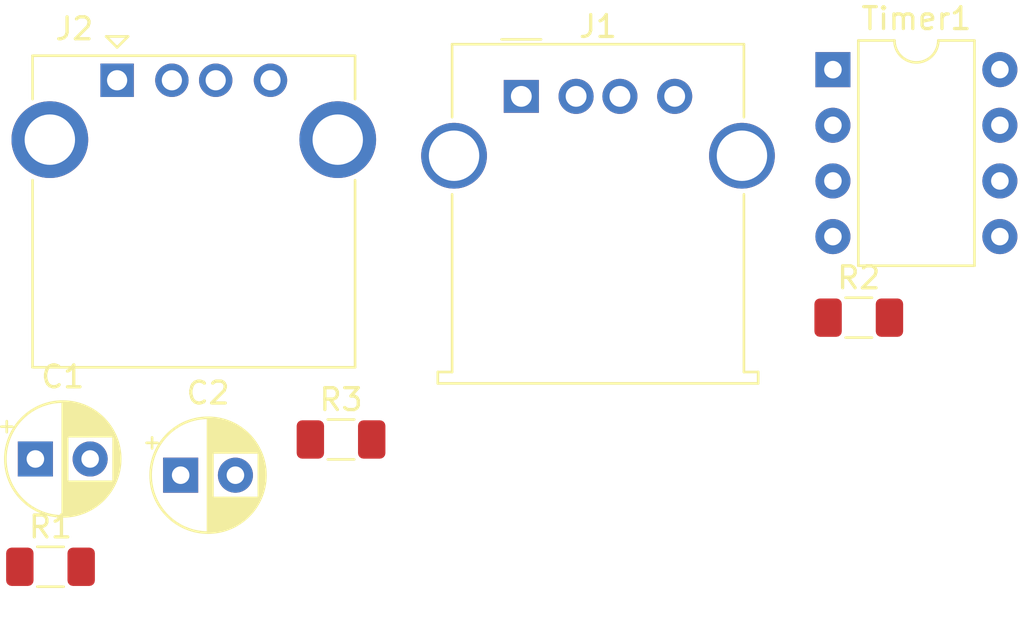
<source format=kicad_pcb>
(kicad_pcb (version 20171130) (host pcbnew "(5.1.6)-1")

  (general
    (thickness 1.6)
    (drawings 0)
    (tracks 0)
    (zones 0)
    (modules 8)
    (nets 10)
  )

  (page A4)
  (layers
    (0 F.Cu signal)
    (31 B.Cu signal)
    (32 B.Adhes user)
    (33 F.Adhes user)
    (34 B.Paste user)
    (35 F.Paste user)
    (36 B.SilkS user)
    (37 F.SilkS user)
    (38 B.Mask user)
    (39 F.Mask user)
    (40 Dwgs.User user)
    (41 Cmts.User user)
    (42 Eco1.User user)
    (43 Eco2.User user)
    (44 Edge.Cuts user)
    (45 Margin user)
    (46 B.CrtYd user)
    (47 F.CrtYd user)
    (48 B.Fab user)
    (49 F.Fab user)
  )

  (setup
    (last_trace_width 0.25)
    (trace_clearance 0.2)
    (zone_clearance 0.508)
    (zone_45_only no)
    (trace_min 0.2)
    (via_size 0.8)
    (via_drill 0.4)
    (via_min_size 0.4)
    (via_min_drill 0.3)
    (uvia_size 0.3)
    (uvia_drill 0.1)
    (uvias_allowed no)
    (uvia_min_size 0.2)
    (uvia_min_drill 0.1)
    (edge_width 0.05)
    (segment_width 0.2)
    (pcb_text_width 0.3)
    (pcb_text_size 1.5 1.5)
    (mod_edge_width 0.12)
    (mod_text_size 1 1)
    (mod_text_width 0.15)
    (pad_size 1.524 1.524)
    (pad_drill 0.762)
    (pad_to_mask_clearance 0.05)
    (aux_axis_origin 0 0)
    (visible_elements FFFFFF7F)
    (pcbplotparams
      (layerselection 0x010fc_ffffffff)
      (usegerberextensions false)
      (usegerberattributes true)
      (usegerberadvancedattributes true)
      (creategerberjobfile true)
      (excludeedgelayer true)
      (linewidth 0.100000)
      (plotframeref false)
      (viasonmask false)
      (mode 1)
      (useauxorigin false)
      (hpglpennumber 1)
      (hpglpenspeed 20)
      (hpglpendiameter 15.000000)
      (psnegative false)
      (psa4output false)
      (plotreference true)
      (plotvalue true)
      (plotinvisibletext false)
      (padsonsilk false)
      (subtractmaskfromsilk false)
      (outputformat 1)
      (mirror false)
      (drillshape 1)
      (scaleselection 1)
      (outputdirectory ""))
  )

  (net 0 "")
  (net 1 GND)
  (net 2 "Net-(C1-Pad1)")
  (net 3 "Net-(C2-Pad1)")
  (net 4 VCC)
  (net 5 D-)
  (net 6 D+)
  (net 7 "Net-(R1-Pad2)")
  (net 8 "Net-(R2-Pad2)")
  (net 9 "Net-(Timer1-Pad4)")

  (net_class Default "This is the default net class."
    (clearance 0.2)
    (trace_width 0.25)
    (via_dia 0.8)
    (via_drill 0.4)
    (uvia_dia 0.3)
    (uvia_drill 0.1)
    (add_net D+)
    (add_net D-)
    (add_net GND)
    (add_net "Net-(C1-Pad1)")
    (add_net "Net-(C2-Pad1)")
    (add_net "Net-(R1-Pad2)")
    (add_net "Net-(R2-Pad2)")
    (add_net "Net-(Timer1-Pad4)")
    (add_net VCC)
  )

  (module Capacitor_THT:CP_Radial_D5.0mm_P2.50mm (layer F.Cu) (tedit 5AE50EF0) (tstamp 61A4D123)
    (at 68.543776 61.255001)
    (descr "CP, Radial series, Radial, pin pitch=2.50mm, , diameter=5mm, Electrolytic Capacitor")
    (tags "CP Radial series Radial pin pitch 2.50mm  diameter 5mm Electrolytic Capacitor")
    (path /61A48B1C)
    (fp_text reference C1 (at 1.25 -3.75) (layer F.SilkS)
      (effects (font (size 1 1) (thickness 0.15)))
    )
    (fp_text value 4.7uF (at 1.25 3.75) (layer F.Fab)
      (effects (font (size 1 1) (thickness 0.15)))
    )
    (fp_text user %R (at 1.25 0) (layer F.Fab)
      (effects (font (size 1 1) (thickness 0.15)))
    )
    (fp_circle (center 1.25 0) (end 3.75 0) (layer F.Fab) (width 0.1))
    (fp_circle (center 1.25 0) (end 3.87 0) (layer F.SilkS) (width 0.12))
    (fp_circle (center 1.25 0) (end 4 0) (layer F.CrtYd) (width 0.05))
    (fp_line (start -0.883605 -1.0875) (end -0.383605 -1.0875) (layer F.Fab) (width 0.1))
    (fp_line (start -0.633605 -1.3375) (end -0.633605 -0.8375) (layer F.Fab) (width 0.1))
    (fp_line (start 1.25 -2.58) (end 1.25 2.58) (layer F.SilkS) (width 0.12))
    (fp_line (start 1.29 -2.58) (end 1.29 2.58) (layer F.SilkS) (width 0.12))
    (fp_line (start 1.33 -2.579) (end 1.33 2.579) (layer F.SilkS) (width 0.12))
    (fp_line (start 1.37 -2.578) (end 1.37 2.578) (layer F.SilkS) (width 0.12))
    (fp_line (start 1.41 -2.576) (end 1.41 2.576) (layer F.SilkS) (width 0.12))
    (fp_line (start 1.45 -2.573) (end 1.45 2.573) (layer F.SilkS) (width 0.12))
    (fp_line (start 1.49 -2.569) (end 1.49 -1.04) (layer F.SilkS) (width 0.12))
    (fp_line (start 1.49 1.04) (end 1.49 2.569) (layer F.SilkS) (width 0.12))
    (fp_line (start 1.53 -2.565) (end 1.53 -1.04) (layer F.SilkS) (width 0.12))
    (fp_line (start 1.53 1.04) (end 1.53 2.565) (layer F.SilkS) (width 0.12))
    (fp_line (start 1.57 -2.561) (end 1.57 -1.04) (layer F.SilkS) (width 0.12))
    (fp_line (start 1.57 1.04) (end 1.57 2.561) (layer F.SilkS) (width 0.12))
    (fp_line (start 1.61 -2.556) (end 1.61 -1.04) (layer F.SilkS) (width 0.12))
    (fp_line (start 1.61 1.04) (end 1.61 2.556) (layer F.SilkS) (width 0.12))
    (fp_line (start 1.65 -2.55) (end 1.65 -1.04) (layer F.SilkS) (width 0.12))
    (fp_line (start 1.65 1.04) (end 1.65 2.55) (layer F.SilkS) (width 0.12))
    (fp_line (start 1.69 -2.543) (end 1.69 -1.04) (layer F.SilkS) (width 0.12))
    (fp_line (start 1.69 1.04) (end 1.69 2.543) (layer F.SilkS) (width 0.12))
    (fp_line (start 1.73 -2.536) (end 1.73 -1.04) (layer F.SilkS) (width 0.12))
    (fp_line (start 1.73 1.04) (end 1.73 2.536) (layer F.SilkS) (width 0.12))
    (fp_line (start 1.77 -2.528) (end 1.77 -1.04) (layer F.SilkS) (width 0.12))
    (fp_line (start 1.77 1.04) (end 1.77 2.528) (layer F.SilkS) (width 0.12))
    (fp_line (start 1.81 -2.52) (end 1.81 -1.04) (layer F.SilkS) (width 0.12))
    (fp_line (start 1.81 1.04) (end 1.81 2.52) (layer F.SilkS) (width 0.12))
    (fp_line (start 1.85 -2.511) (end 1.85 -1.04) (layer F.SilkS) (width 0.12))
    (fp_line (start 1.85 1.04) (end 1.85 2.511) (layer F.SilkS) (width 0.12))
    (fp_line (start 1.89 -2.501) (end 1.89 -1.04) (layer F.SilkS) (width 0.12))
    (fp_line (start 1.89 1.04) (end 1.89 2.501) (layer F.SilkS) (width 0.12))
    (fp_line (start 1.93 -2.491) (end 1.93 -1.04) (layer F.SilkS) (width 0.12))
    (fp_line (start 1.93 1.04) (end 1.93 2.491) (layer F.SilkS) (width 0.12))
    (fp_line (start 1.971 -2.48) (end 1.971 -1.04) (layer F.SilkS) (width 0.12))
    (fp_line (start 1.971 1.04) (end 1.971 2.48) (layer F.SilkS) (width 0.12))
    (fp_line (start 2.011 -2.468) (end 2.011 -1.04) (layer F.SilkS) (width 0.12))
    (fp_line (start 2.011 1.04) (end 2.011 2.468) (layer F.SilkS) (width 0.12))
    (fp_line (start 2.051 -2.455) (end 2.051 -1.04) (layer F.SilkS) (width 0.12))
    (fp_line (start 2.051 1.04) (end 2.051 2.455) (layer F.SilkS) (width 0.12))
    (fp_line (start 2.091 -2.442) (end 2.091 -1.04) (layer F.SilkS) (width 0.12))
    (fp_line (start 2.091 1.04) (end 2.091 2.442) (layer F.SilkS) (width 0.12))
    (fp_line (start 2.131 -2.428) (end 2.131 -1.04) (layer F.SilkS) (width 0.12))
    (fp_line (start 2.131 1.04) (end 2.131 2.428) (layer F.SilkS) (width 0.12))
    (fp_line (start 2.171 -2.414) (end 2.171 -1.04) (layer F.SilkS) (width 0.12))
    (fp_line (start 2.171 1.04) (end 2.171 2.414) (layer F.SilkS) (width 0.12))
    (fp_line (start 2.211 -2.398) (end 2.211 -1.04) (layer F.SilkS) (width 0.12))
    (fp_line (start 2.211 1.04) (end 2.211 2.398) (layer F.SilkS) (width 0.12))
    (fp_line (start 2.251 -2.382) (end 2.251 -1.04) (layer F.SilkS) (width 0.12))
    (fp_line (start 2.251 1.04) (end 2.251 2.382) (layer F.SilkS) (width 0.12))
    (fp_line (start 2.291 -2.365) (end 2.291 -1.04) (layer F.SilkS) (width 0.12))
    (fp_line (start 2.291 1.04) (end 2.291 2.365) (layer F.SilkS) (width 0.12))
    (fp_line (start 2.331 -2.348) (end 2.331 -1.04) (layer F.SilkS) (width 0.12))
    (fp_line (start 2.331 1.04) (end 2.331 2.348) (layer F.SilkS) (width 0.12))
    (fp_line (start 2.371 -2.329) (end 2.371 -1.04) (layer F.SilkS) (width 0.12))
    (fp_line (start 2.371 1.04) (end 2.371 2.329) (layer F.SilkS) (width 0.12))
    (fp_line (start 2.411 -2.31) (end 2.411 -1.04) (layer F.SilkS) (width 0.12))
    (fp_line (start 2.411 1.04) (end 2.411 2.31) (layer F.SilkS) (width 0.12))
    (fp_line (start 2.451 -2.29) (end 2.451 -1.04) (layer F.SilkS) (width 0.12))
    (fp_line (start 2.451 1.04) (end 2.451 2.29) (layer F.SilkS) (width 0.12))
    (fp_line (start 2.491 -2.268) (end 2.491 -1.04) (layer F.SilkS) (width 0.12))
    (fp_line (start 2.491 1.04) (end 2.491 2.268) (layer F.SilkS) (width 0.12))
    (fp_line (start 2.531 -2.247) (end 2.531 -1.04) (layer F.SilkS) (width 0.12))
    (fp_line (start 2.531 1.04) (end 2.531 2.247) (layer F.SilkS) (width 0.12))
    (fp_line (start 2.571 -2.224) (end 2.571 -1.04) (layer F.SilkS) (width 0.12))
    (fp_line (start 2.571 1.04) (end 2.571 2.224) (layer F.SilkS) (width 0.12))
    (fp_line (start 2.611 -2.2) (end 2.611 -1.04) (layer F.SilkS) (width 0.12))
    (fp_line (start 2.611 1.04) (end 2.611 2.2) (layer F.SilkS) (width 0.12))
    (fp_line (start 2.651 -2.175) (end 2.651 -1.04) (layer F.SilkS) (width 0.12))
    (fp_line (start 2.651 1.04) (end 2.651 2.175) (layer F.SilkS) (width 0.12))
    (fp_line (start 2.691 -2.149) (end 2.691 -1.04) (layer F.SilkS) (width 0.12))
    (fp_line (start 2.691 1.04) (end 2.691 2.149) (layer F.SilkS) (width 0.12))
    (fp_line (start 2.731 -2.122) (end 2.731 -1.04) (layer F.SilkS) (width 0.12))
    (fp_line (start 2.731 1.04) (end 2.731 2.122) (layer F.SilkS) (width 0.12))
    (fp_line (start 2.771 -2.095) (end 2.771 -1.04) (layer F.SilkS) (width 0.12))
    (fp_line (start 2.771 1.04) (end 2.771 2.095) (layer F.SilkS) (width 0.12))
    (fp_line (start 2.811 -2.065) (end 2.811 -1.04) (layer F.SilkS) (width 0.12))
    (fp_line (start 2.811 1.04) (end 2.811 2.065) (layer F.SilkS) (width 0.12))
    (fp_line (start 2.851 -2.035) (end 2.851 -1.04) (layer F.SilkS) (width 0.12))
    (fp_line (start 2.851 1.04) (end 2.851 2.035) (layer F.SilkS) (width 0.12))
    (fp_line (start 2.891 -2.004) (end 2.891 -1.04) (layer F.SilkS) (width 0.12))
    (fp_line (start 2.891 1.04) (end 2.891 2.004) (layer F.SilkS) (width 0.12))
    (fp_line (start 2.931 -1.971) (end 2.931 -1.04) (layer F.SilkS) (width 0.12))
    (fp_line (start 2.931 1.04) (end 2.931 1.971) (layer F.SilkS) (width 0.12))
    (fp_line (start 2.971 -1.937) (end 2.971 -1.04) (layer F.SilkS) (width 0.12))
    (fp_line (start 2.971 1.04) (end 2.971 1.937) (layer F.SilkS) (width 0.12))
    (fp_line (start 3.011 -1.901) (end 3.011 -1.04) (layer F.SilkS) (width 0.12))
    (fp_line (start 3.011 1.04) (end 3.011 1.901) (layer F.SilkS) (width 0.12))
    (fp_line (start 3.051 -1.864) (end 3.051 -1.04) (layer F.SilkS) (width 0.12))
    (fp_line (start 3.051 1.04) (end 3.051 1.864) (layer F.SilkS) (width 0.12))
    (fp_line (start 3.091 -1.826) (end 3.091 -1.04) (layer F.SilkS) (width 0.12))
    (fp_line (start 3.091 1.04) (end 3.091 1.826) (layer F.SilkS) (width 0.12))
    (fp_line (start 3.131 -1.785) (end 3.131 -1.04) (layer F.SilkS) (width 0.12))
    (fp_line (start 3.131 1.04) (end 3.131 1.785) (layer F.SilkS) (width 0.12))
    (fp_line (start 3.171 -1.743) (end 3.171 -1.04) (layer F.SilkS) (width 0.12))
    (fp_line (start 3.171 1.04) (end 3.171 1.743) (layer F.SilkS) (width 0.12))
    (fp_line (start 3.211 -1.699) (end 3.211 -1.04) (layer F.SilkS) (width 0.12))
    (fp_line (start 3.211 1.04) (end 3.211 1.699) (layer F.SilkS) (width 0.12))
    (fp_line (start 3.251 -1.653) (end 3.251 -1.04) (layer F.SilkS) (width 0.12))
    (fp_line (start 3.251 1.04) (end 3.251 1.653) (layer F.SilkS) (width 0.12))
    (fp_line (start 3.291 -1.605) (end 3.291 -1.04) (layer F.SilkS) (width 0.12))
    (fp_line (start 3.291 1.04) (end 3.291 1.605) (layer F.SilkS) (width 0.12))
    (fp_line (start 3.331 -1.554) (end 3.331 -1.04) (layer F.SilkS) (width 0.12))
    (fp_line (start 3.331 1.04) (end 3.331 1.554) (layer F.SilkS) (width 0.12))
    (fp_line (start 3.371 -1.5) (end 3.371 -1.04) (layer F.SilkS) (width 0.12))
    (fp_line (start 3.371 1.04) (end 3.371 1.5) (layer F.SilkS) (width 0.12))
    (fp_line (start 3.411 -1.443) (end 3.411 -1.04) (layer F.SilkS) (width 0.12))
    (fp_line (start 3.411 1.04) (end 3.411 1.443) (layer F.SilkS) (width 0.12))
    (fp_line (start 3.451 -1.383) (end 3.451 -1.04) (layer F.SilkS) (width 0.12))
    (fp_line (start 3.451 1.04) (end 3.451 1.383) (layer F.SilkS) (width 0.12))
    (fp_line (start 3.491 -1.319) (end 3.491 -1.04) (layer F.SilkS) (width 0.12))
    (fp_line (start 3.491 1.04) (end 3.491 1.319) (layer F.SilkS) (width 0.12))
    (fp_line (start 3.531 -1.251) (end 3.531 -1.04) (layer F.SilkS) (width 0.12))
    (fp_line (start 3.531 1.04) (end 3.531 1.251) (layer F.SilkS) (width 0.12))
    (fp_line (start 3.571 -1.178) (end 3.571 1.178) (layer F.SilkS) (width 0.12))
    (fp_line (start 3.611 -1.098) (end 3.611 1.098) (layer F.SilkS) (width 0.12))
    (fp_line (start 3.651 -1.011) (end 3.651 1.011) (layer F.SilkS) (width 0.12))
    (fp_line (start 3.691 -0.915) (end 3.691 0.915) (layer F.SilkS) (width 0.12))
    (fp_line (start 3.731 -0.805) (end 3.731 0.805) (layer F.SilkS) (width 0.12))
    (fp_line (start 3.771 -0.677) (end 3.771 0.677) (layer F.SilkS) (width 0.12))
    (fp_line (start 3.811 -0.518) (end 3.811 0.518) (layer F.SilkS) (width 0.12))
    (fp_line (start 3.851 -0.284) (end 3.851 0.284) (layer F.SilkS) (width 0.12))
    (fp_line (start -1.554775 -1.475) (end -1.054775 -1.475) (layer F.SilkS) (width 0.12))
    (fp_line (start -1.304775 -1.725) (end -1.304775 -1.225) (layer F.SilkS) (width 0.12))
    (pad 2 thru_hole circle (at 2.5 0) (size 1.6 1.6) (drill 0.8) (layers *.Cu *.Mask)
      (net 1 GND))
    (pad 1 thru_hole rect (at 0 0) (size 1.6 1.6) (drill 0.8) (layers *.Cu *.Mask)
      (net 2 "Net-(C1-Pad1)"))
    (model ${KISYS3DMOD}/Capacitor_THT.3dshapes/CP_Radial_D5.0mm_P2.50mm.wrl
      (at (xyz 0 0 0))
      (scale (xyz 1 1 1))
      (rotate (xyz 0 0 0))
    )
  )

  (module Capacitor_THT:CP_Radial_D5.0mm_P2.50mm (layer F.Cu) (tedit 5AE50EF0) (tstamp 61A4D1A7)
    (at 75.173776 61.995001)
    (descr "CP, Radial series, Radial, pin pitch=2.50mm, , diameter=5mm, Electrolytic Capacitor")
    (tags "CP Radial series Radial pin pitch 2.50mm  diameter 5mm Electrolytic Capacitor")
    (path /61A48514)
    (fp_text reference C2 (at 1.25 -3.75) (layer F.SilkS)
      (effects (font (size 1 1) (thickness 0.15)))
    )
    (fp_text value 100nf (at 1.25 3.75) (layer F.Fab)
      (effects (font (size 1 1) (thickness 0.15)))
    )
    (fp_line (start -1.304775 -1.725) (end -1.304775 -1.225) (layer F.SilkS) (width 0.12))
    (fp_line (start -1.554775 -1.475) (end -1.054775 -1.475) (layer F.SilkS) (width 0.12))
    (fp_line (start 3.851 -0.284) (end 3.851 0.284) (layer F.SilkS) (width 0.12))
    (fp_line (start 3.811 -0.518) (end 3.811 0.518) (layer F.SilkS) (width 0.12))
    (fp_line (start 3.771 -0.677) (end 3.771 0.677) (layer F.SilkS) (width 0.12))
    (fp_line (start 3.731 -0.805) (end 3.731 0.805) (layer F.SilkS) (width 0.12))
    (fp_line (start 3.691 -0.915) (end 3.691 0.915) (layer F.SilkS) (width 0.12))
    (fp_line (start 3.651 -1.011) (end 3.651 1.011) (layer F.SilkS) (width 0.12))
    (fp_line (start 3.611 -1.098) (end 3.611 1.098) (layer F.SilkS) (width 0.12))
    (fp_line (start 3.571 -1.178) (end 3.571 1.178) (layer F.SilkS) (width 0.12))
    (fp_line (start 3.531 1.04) (end 3.531 1.251) (layer F.SilkS) (width 0.12))
    (fp_line (start 3.531 -1.251) (end 3.531 -1.04) (layer F.SilkS) (width 0.12))
    (fp_line (start 3.491 1.04) (end 3.491 1.319) (layer F.SilkS) (width 0.12))
    (fp_line (start 3.491 -1.319) (end 3.491 -1.04) (layer F.SilkS) (width 0.12))
    (fp_line (start 3.451 1.04) (end 3.451 1.383) (layer F.SilkS) (width 0.12))
    (fp_line (start 3.451 -1.383) (end 3.451 -1.04) (layer F.SilkS) (width 0.12))
    (fp_line (start 3.411 1.04) (end 3.411 1.443) (layer F.SilkS) (width 0.12))
    (fp_line (start 3.411 -1.443) (end 3.411 -1.04) (layer F.SilkS) (width 0.12))
    (fp_line (start 3.371 1.04) (end 3.371 1.5) (layer F.SilkS) (width 0.12))
    (fp_line (start 3.371 -1.5) (end 3.371 -1.04) (layer F.SilkS) (width 0.12))
    (fp_line (start 3.331 1.04) (end 3.331 1.554) (layer F.SilkS) (width 0.12))
    (fp_line (start 3.331 -1.554) (end 3.331 -1.04) (layer F.SilkS) (width 0.12))
    (fp_line (start 3.291 1.04) (end 3.291 1.605) (layer F.SilkS) (width 0.12))
    (fp_line (start 3.291 -1.605) (end 3.291 -1.04) (layer F.SilkS) (width 0.12))
    (fp_line (start 3.251 1.04) (end 3.251 1.653) (layer F.SilkS) (width 0.12))
    (fp_line (start 3.251 -1.653) (end 3.251 -1.04) (layer F.SilkS) (width 0.12))
    (fp_line (start 3.211 1.04) (end 3.211 1.699) (layer F.SilkS) (width 0.12))
    (fp_line (start 3.211 -1.699) (end 3.211 -1.04) (layer F.SilkS) (width 0.12))
    (fp_line (start 3.171 1.04) (end 3.171 1.743) (layer F.SilkS) (width 0.12))
    (fp_line (start 3.171 -1.743) (end 3.171 -1.04) (layer F.SilkS) (width 0.12))
    (fp_line (start 3.131 1.04) (end 3.131 1.785) (layer F.SilkS) (width 0.12))
    (fp_line (start 3.131 -1.785) (end 3.131 -1.04) (layer F.SilkS) (width 0.12))
    (fp_line (start 3.091 1.04) (end 3.091 1.826) (layer F.SilkS) (width 0.12))
    (fp_line (start 3.091 -1.826) (end 3.091 -1.04) (layer F.SilkS) (width 0.12))
    (fp_line (start 3.051 1.04) (end 3.051 1.864) (layer F.SilkS) (width 0.12))
    (fp_line (start 3.051 -1.864) (end 3.051 -1.04) (layer F.SilkS) (width 0.12))
    (fp_line (start 3.011 1.04) (end 3.011 1.901) (layer F.SilkS) (width 0.12))
    (fp_line (start 3.011 -1.901) (end 3.011 -1.04) (layer F.SilkS) (width 0.12))
    (fp_line (start 2.971 1.04) (end 2.971 1.937) (layer F.SilkS) (width 0.12))
    (fp_line (start 2.971 -1.937) (end 2.971 -1.04) (layer F.SilkS) (width 0.12))
    (fp_line (start 2.931 1.04) (end 2.931 1.971) (layer F.SilkS) (width 0.12))
    (fp_line (start 2.931 -1.971) (end 2.931 -1.04) (layer F.SilkS) (width 0.12))
    (fp_line (start 2.891 1.04) (end 2.891 2.004) (layer F.SilkS) (width 0.12))
    (fp_line (start 2.891 -2.004) (end 2.891 -1.04) (layer F.SilkS) (width 0.12))
    (fp_line (start 2.851 1.04) (end 2.851 2.035) (layer F.SilkS) (width 0.12))
    (fp_line (start 2.851 -2.035) (end 2.851 -1.04) (layer F.SilkS) (width 0.12))
    (fp_line (start 2.811 1.04) (end 2.811 2.065) (layer F.SilkS) (width 0.12))
    (fp_line (start 2.811 -2.065) (end 2.811 -1.04) (layer F.SilkS) (width 0.12))
    (fp_line (start 2.771 1.04) (end 2.771 2.095) (layer F.SilkS) (width 0.12))
    (fp_line (start 2.771 -2.095) (end 2.771 -1.04) (layer F.SilkS) (width 0.12))
    (fp_line (start 2.731 1.04) (end 2.731 2.122) (layer F.SilkS) (width 0.12))
    (fp_line (start 2.731 -2.122) (end 2.731 -1.04) (layer F.SilkS) (width 0.12))
    (fp_line (start 2.691 1.04) (end 2.691 2.149) (layer F.SilkS) (width 0.12))
    (fp_line (start 2.691 -2.149) (end 2.691 -1.04) (layer F.SilkS) (width 0.12))
    (fp_line (start 2.651 1.04) (end 2.651 2.175) (layer F.SilkS) (width 0.12))
    (fp_line (start 2.651 -2.175) (end 2.651 -1.04) (layer F.SilkS) (width 0.12))
    (fp_line (start 2.611 1.04) (end 2.611 2.2) (layer F.SilkS) (width 0.12))
    (fp_line (start 2.611 -2.2) (end 2.611 -1.04) (layer F.SilkS) (width 0.12))
    (fp_line (start 2.571 1.04) (end 2.571 2.224) (layer F.SilkS) (width 0.12))
    (fp_line (start 2.571 -2.224) (end 2.571 -1.04) (layer F.SilkS) (width 0.12))
    (fp_line (start 2.531 1.04) (end 2.531 2.247) (layer F.SilkS) (width 0.12))
    (fp_line (start 2.531 -2.247) (end 2.531 -1.04) (layer F.SilkS) (width 0.12))
    (fp_line (start 2.491 1.04) (end 2.491 2.268) (layer F.SilkS) (width 0.12))
    (fp_line (start 2.491 -2.268) (end 2.491 -1.04) (layer F.SilkS) (width 0.12))
    (fp_line (start 2.451 1.04) (end 2.451 2.29) (layer F.SilkS) (width 0.12))
    (fp_line (start 2.451 -2.29) (end 2.451 -1.04) (layer F.SilkS) (width 0.12))
    (fp_line (start 2.411 1.04) (end 2.411 2.31) (layer F.SilkS) (width 0.12))
    (fp_line (start 2.411 -2.31) (end 2.411 -1.04) (layer F.SilkS) (width 0.12))
    (fp_line (start 2.371 1.04) (end 2.371 2.329) (layer F.SilkS) (width 0.12))
    (fp_line (start 2.371 -2.329) (end 2.371 -1.04) (layer F.SilkS) (width 0.12))
    (fp_line (start 2.331 1.04) (end 2.331 2.348) (layer F.SilkS) (width 0.12))
    (fp_line (start 2.331 -2.348) (end 2.331 -1.04) (layer F.SilkS) (width 0.12))
    (fp_line (start 2.291 1.04) (end 2.291 2.365) (layer F.SilkS) (width 0.12))
    (fp_line (start 2.291 -2.365) (end 2.291 -1.04) (layer F.SilkS) (width 0.12))
    (fp_line (start 2.251 1.04) (end 2.251 2.382) (layer F.SilkS) (width 0.12))
    (fp_line (start 2.251 -2.382) (end 2.251 -1.04) (layer F.SilkS) (width 0.12))
    (fp_line (start 2.211 1.04) (end 2.211 2.398) (layer F.SilkS) (width 0.12))
    (fp_line (start 2.211 -2.398) (end 2.211 -1.04) (layer F.SilkS) (width 0.12))
    (fp_line (start 2.171 1.04) (end 2.171 2.414) (layer F.SilkS) (width 0.12))
    (fp_line (start 2.171 -2.414) (end 2.171 -1.04) (layer F.SilkS) (width 0.12))
    (fp_line (start 2.131 1.04) (end 2.131 2.428) (layer F.SilkS) (width 0.12))
    (fp_line (start 2.131 -2.428) (end 2.131 -1.04) (layer F.SilkS) (width 0.12))
    (fp_line (start 2.091 1.04) (end 2.091 2.442) (layer F.SilkS) (width 0.12))
    (fp_line (start 2.091 -2.442) (end 2.091 -1.04) (layer F.SilkS) (width 0.12))
    (fp_line (start 2.051 1.04) (end 2.051 2.455) (layer F.SilkS) (width 0.12))
    (fp_line (start 2.051 -2.455) (end 2.051 -1.04) (layer F.SilkS) (width 0.12))
    (fp_line (start 2.011 1.04) (end 2.011 2.468) (layer F.SilkS) (width 0.12))
    (fp_line (start 2.011 -2.468) (end 2.011 -1.04) (layer F.SilkS) (width 0.12))
    (fp_line (start 1.971 1.04) (end 1.971 2.48) (layer F.SilkS) (width 0.12))
    (fp_line (start 1.971 -2.48) (end 1.971 -1.04) (layer F.SilkS) (width 0.12))
    (fp_line (start 1.93 1.04) (end 1.93 2.491) (layer F.SilkS) (width 0.12))
    (fp_line (start 1.93 -2.491) (end 1.93 -1.04) (layer F.SilkS) (width 0.12))
    (fp_line (start 1.89 1.04) (end 1.89 2.501) (layer F.SilkS) (width 0.12))
    (fp_line (start 1.89 -2.501) (end 1.89 -1.04) (layer F.SilkS) (width 0.12))
    (fp_line (start 1.85 1.04) (end 1.85 2.511) (layer F.SilkS) (width 0.12))
    (fp_line (start 1.85 -2.511) (end 1.85 -1.04) (layer F.SilkS) (width 0.12))
    (fp_line (start 1.81 1.04) (end 1.81 2.52) (layer F.SilkS) (width 0.12))
    (fp_line (start 1.81 -2.52) (end 1.81 -1.04) (layer F.SilkS) (width 0.12))
    (fp_line (start 1.77 1.04) (end 1.77 2.528) (layer F.SilkS) (width 0.12))
    (fp_line (start 1.77 -2.528) (end 1.77 -1.04) (layer F.SilkS) (width 0.12))
    (fp_line (start 1.73 1.04) (end 1.73 2.536) (layer F.SilkS) (width 0.12))
    (fp_line (start 1.73 -2.536) (end 1.73 -1.04) (layer F.SilkS) (width 0.12))
    (fp_line (start 1.69 1.04) (end 1.69 2.543) (layer F.SilkS) (width 0.12))
    (fp_line (start 1.69 -2.543) (end 1.69 -1.04) (layer F.SilkS) (width 0.12))
    (fp_line (start 1.65 1.04) (end 1.65 2.55) (layer F.SilkS) (width 0.12))
    (fp_line (start 1.65 -2.55) (end 1.65 -1.04) (layer F.SilkS) (width 0.12))
    (fp_line (start 1.61 1.04) (end 1.61 2.556) (layer F.SilkS) (width 0.12))
    (fp_line (start 1.61 -2.556) (end 1.61 -1.04) (layer F.SilkS) (width 0.12))
    (fp_line (start 1.57 1.04) (end 1.57 2.561) (layer F.SilkS) (width 0.12))
    (fp_line (start 1.57 -2.561) (end 1.57 -1.04) (layer F.SilkS) (width 0.12))
    (fp_line (start 1.53 1.04) (end 1.53 2.565) (layer F.SilkS) (width 0.12))
    (fp_line (start 1.53 -2.565) (end 1.53 -1.04) (layer F.SilkS) (width 0.12))
    (fp_line (start 1.49 1.04) (end 1.49 2.569) (layer F.SilkS) (width 0.12))
    (fp_line (start 1.49 -2.569) (end 1.49 -1.04) (layer F.SilkS) (width 0.12))
    (fp_line (start 1.45 -2.573) (end 1.45 2.573) (layer F.SilkS) (width 0.12))
    (fp_line (start 1.41 -2.576) (end 1.41 2.576) (layer F.SilkS) (width 0.12))
    (fp_line (start 1.37 -2.578) (end 1.37 2.578) (layer F.SilkS) (width 0.12))
    (fp_line (start 1.33 -2.579) (end 1.33 2.579) (layer F.SilkS) (width 0.12))
    (fp_line (start 1.29 -2.58) (end 1.29 2.58) (layer F.SilkS) (width 0.12))
    (fp_line (start 1.25 -2.58) (end 1.25 2.58) (layer F.SilkS) (width 0.12))
    (fp_line (start -0.633605 -1.3375) (end -0.633605 -0.8375) (layer F.Fab) (width 0.1))
    (fp_line (start -0.883605 -1.0875) (end -0.383605 -1.0875) (layer F.Fab) (width 0.1))
    (fp_circle (center 1.25 0) (end 4 0) (layer F.CrtYd) (width 0.05))
    (fp_circle (center 1.25 0) (end 3.87 0) (layer F.SilkS) (width 0.12))
    (fp_circle (center 1.25 0) (end 3.75 0) (layer F.Fab) (width 0.1))
    (fp_text user %R (at 1.25 0) (layer F.Fab)
      (effects (font (size 1 1) (thickness 0.15)))
    )
    (pad 1 thru_hole rect (at 0 0) (size 1.6 1.6) (drill 0.8) (layers *.Cu *.Mask)
      (net 3 "Net-(C2-Pad1)"))
    (pad 2 thru_hole circle (at 2.5 0) (size 1.6 1.6) (drill 0.8) (layers *.Cu *.Mask)
      (net 1 GND))
    (model ${KISYS3DMOD}/Capacitor_THT.3dshapes/CP_Radial_D5.0mm_P2.50mm.wrl
      (at (xyz 0 0 0))
      (scale (xyz 1 1 1))
      (rotate (xyz 0 0 0))
    )
  )

  (module Connector_USB:USB_A_Molex_67643_Horizontal (layer F.Cu) (tedit 5EA03975) (tstamp 61A4D1D4)
    (at 90.722209 44.705001)
    (descr "USB type A, Horizontal, https://www.molex.com/pdm_docs/sd/676433910_sd.pdf")
    (tags "USB_A Female Connector receptacle")
    (path /61A5868A)
    (fp_text reference J1 (at 3.5 -3.19) (layer F.SilkS)
      (effects (font (size 1 1) (thickness 0.15)))
    )
    (fp_text value USB_A (at 3.5 14.5) (layer F.Fab)
      (effects (font (size 1 1) (thickness 0.15)))
    )
    (fp_line (start 0 -1.27) (end 1 -2.27) (layer F.Fab) (width 0.1))
    (fp_line (start -1 -2.27) (end 0 -1.27) (layer F.Fab) (width 0.1))
    (fp_line (start -0.9 -2.6) (end 0.9 -2.6) (layer F.SilkS) (width 0.12))
    (fp_line (start -3.05 12.69) (end -3.7 12.69) (layer F.Fab) (width 0.1))
    (fp_line (start 10.81 12.58) (end 10.16 12.58) (layer F.SilkS) (width 0.12))
    (fp_line (start -3.81 12.58) (end -3.81 13.1) (layer F.SilkS) (width 0.12))
    (fp_line (start 10.16 4.47) (end 10.16 12.58) (layer F.SilkS) (width 0.12))
    (fp_line (start -3.81 13.1) (end 10.81 13.1) (layer F.SilkS) (width 0.12))
    (fp_line (start 10.81 13.1) (end 10.81 12.58) (layer F.SilkS) (width 0.12))
    (fp_line (start -3.05 12.69) (end -3.05 -2.27) (layer F.Fab) (width 0.1))
    (fp_line (start 10.16 -2.38) (end 10.16 0.95) (layer F.SilkS) (width 0.12))
    (fp_line (start -3.16 -2.38) (end -3.16 0.95) (layer F.SilkS) (width 0.12))
    (fp_line (start -3.16 -2.38) (end 10.16 -2.38) (layer F.SilkS) (width 0.12))
    (fp_line (start -3.55 12.19) (end -3.55 4.66) (layer F.CrtYd) (width 0.05))
    (fp_line (start -4.2 12.19) (end -3.55 12.19) (layer F.CrtYd) (width 0.05))
    (fp_line (start -4.2 13.49) (end -4.2 12.19) (layer F.CrtYd) (width 0.05))
    (fp_line (start 10.55 12.19) (end 10.55 4.66) (layer F.CrtYd) (width 0.05))
    (fp_line (start 11.2 12.19) (end 10.55 12.19) (layer F.CrtYd) (width 0.05))
    (fp_line (start 11.2 13.49) (end 11.2 12.19) (layer F.CrtYd) (width 0.05))
    (fp_line (start -4.2 13.49) (end 11.2 13.49) (layer F.CrtYd) (width 0.05))
    (fp_line (start -3.55 -2.77) (end -3.55 0.76) (layer F.CrtYd) (width 0.05))
    (fp_line (start 10.55 -2.77) (end 10.55 0.76) (layer F.CrtYd) (width 0.05))
    (fp_line (start -3.55 -2.77) (end 10.55 -2.77) (layer F.CrtYd) (width 0.05))
    (fp_line (start -3.05 9.27) (end 10.05 9.27) (layer F.Fab) (width 0.1))
    (fp_line (start 10.7 12.69) (end 10.05 12.69) (layer F.Fab) (width 0.1))
    (fp_line (start 10.7 12.99) (end 10.7 12.69) (layer F.Fab) (width 0.1))
    (fp_line (start -3.7 12.99) (end 10.7 12.99) (layer F.Fab) (width 0.1))
    (fp_line (start -3.7 12.69) (end -3.7 12.99) (layer F.Fab) (width 0.1))
    (fp_line (start -3.16 12.58) (end -3.81 12.58) (layer F.SilkS) (width 0.12))
    (fp_line (start -3.16 12.58) (end -3.16 4.47) (layer F.SilkS) (width 0.12))
    (fp_line (start 10.05 -2.27) (end 10.05 12.69) (layer F.Fab) (width 0.1))
    (fp_line (start -3.05 -2.27) (end 10.05 -2.27) (layer F.Fab) (width 0.1))
    (fp_text user %R (at 3.5 3.7) (layer F.Fab)
      (effects (font (size 1 1) (thickness 0.15)))
    )
    (fp_arc (start -3.07 2.71) (end -3.55 0.76) (angle -152.3426981) (layer F.CrtYd) (width 0.05))
    (fp_arc (start 10.07 2.71) (end 10.55 4.66) (angle -152.3426981) (layer F.CrtYd) (width 0.05))
    (pad 5 thru_hole circle (at -3.07 2.71) (size 3 3) (drill 2.3) (layers *.Cu *.Mask)
      (net 1 GND))
    (pad 5 thru_hole circle (at 10.07 2.71) (size 3 3) (drill 2.3) (layers *.Cu *.Mask)
      (net 1 GND))
    (pad 1 thru_hole rect (at 0 0) (size 1.6 1.5) (drill 0.95) (layers *.Cu *.Mask)
      (net 4 VCC))
    (pad 2 thru_hole circle (at 2.5 0) (size 1.6 1.6) (drill 0.95) (layers *.Cu *.Mask)
      (net 5 D-))
    (pad 3 thru_hole circle (at 4.5 0) (size 1.6 1.6) (drill 0.95) (layers *.Cu *.Mask)
      (net 6 D+))
    (pad 4 thru_hole circle (at 7 0) (size 1.6 1.6) (drill 0.95) (layers *.Cu *.Mask)
      (net 1 GND))
    (model ${KISYS3DMOD}/Connector_USB.3dshapes/USB_A_Molex_67643_Horizontal.wrl
      (at (xyz 0 0 0))
      (scale (xyz 1 1 1))
      (rotate (xyz 0 0 0))
    )
  )

  (module Connector_USB:USB_A_CONNFLY_DS1095-WNR0 (layer F.Cu) (tedit 5E39FFBD) (tstamp 61A4D1F1)
    (at 72.274001 43.970001)
    (descr http://www.connfly.com/userfiles/image/UpLoadFile/File/2013/5/6/DS1095.pdf)
    (tags "USB-A receptacle horizontal through-hole")
    (path /61A6FD23)
    (fp_text reference J2 (at -1.95 -2.35) (layer F.SilkS)
      (effects (font (size 1 1) (thickness 0.15)))
    )
    (fp_text value USB_A (at 3.5 7) (layer F.Fab)
      (effects (font (size 1 1) (thickness 0.15)))
    )
    (fp_line (start 0.5 -2) (end -0.5 -2) (layer F.SilkS) (width 0.12))
    (fp_line (start 0 -1.5) (end 0.5 -2) (layer F.SilkS) (width 0.12))
    (fp_line (start -0.5 -2) (end 0 -1.5) (layer F.SilkS) (width 0.12))
    (fp_line (start 10.86 0.86) (end 10.86 -1.12) (layer F.SilkS) (width 0.12))
    (fp_line (start -3.86 -1.12) (end -3.86 0.86) (layer F.SilkS) (width 0.12))
    (fp_line (start -3.86 -1.12) (end 10.86 -1.12) (layer F.SilkS) (width 0.12))
    (fp_line (start 10.86 4.56) (end 10.86 13.1) (layer F.SilkS) (width 0.12))
    (fp_line (start -3.86 13.1) (end 10.86 13.1) (layer F.SilkS) (width 0.12))
    (fp_line (start -3.86 4.56) (end -3.86 13.1) (layer F.SilkS) (width 0.12))
    (fp_line (start -5.32 -1.51) (end 12.32 -1.51) (layer F.CrtYd) (width 0.05))
    (fp_line (start 12.32 -1.51) (end 12.32 13.49) (layer F.CrtYd) (width 0.05))
    (fp_line (start 12.32 13.49) (end -5.32 13.49) (layer F.CrtYd) (width 0.05))
    (fp_line (start -5.32 -1.51) (end -5.32 13.49) (layer F.CrtYd) (width 0.05))
    (fp_line (start -2.87 -1.01) (end -3.75 -0.13) (layer F.Fab) (width 0.1))
    (fp_line (start -3.75 12.99) (end 10.75 12.99) (layer F.Fab) (width 0.1))
    (fp_line (start -2.87 -1.01) (end 10.75 -1.01) (layer F.Fab) (width 0.1))
    (fp_line (start 10.75 -1.01) (end 10.75 12.99) (layer F.Fab) (width 0.1))
    (fp_line (start -3.75 -0.13) (end -3.75 12.99) (layer F.Fab) (width 0.1))
    (fp_text user %R (at 3.5 5) (layer F.Fab)
      (effects (font (size 1 1) (thickness 0.15)))
    )
    (pad 5 thru_hole circle (at 10.07 2.71) (size 3.5 3.5) (drill 2.3) (layers *.Cu *.Mask)
      (net 1 GND))
    (pad 5 thru_hole circle (at -3.07 2.71) (size 3.5 3.5) (drill 2.3) (layers *.Cu *.Mask)
      (net 1 GND))
    (pad 1 thru_hole rect (at 0 0) (size 1.524 1.524) (drill 0.92) (layers *.Cu *.Mask)
      (net 4 VCC))
    (pad 2 thru_hole circle (at 2.5 0) (size 1.524 1.524) (drill 0.92) (layers *.Cu *.Mask)
      (net 5 D-))
    (pad 3 thru_hole circle (at 4.5 0) (size 1.524 1.524) (drill 0.92) (layers *.Cu *.Mask)
      (net 6 D+))
    (pad 4 thru_hole circle (at 7 0) (size 1.524 1.524) (drill 0.92) (layers *.Cu *.Mask)
      (net 1 GND))
    (model ${KISYS3DMOD}/Connector_USB.3dshapes/USB_A_CONNFLY_DS1095-WNR0.wrl
      (at (xyz 0 0 0))
      (scale (xyz 1 1 1))
      (rotate (xyz 0 0 0))
    )
  )

  (module Resistor_SMD:R_1206_3216Metric (layer F.Cu) (tedit 5B301BBD) (tstamp 61A4D202)
    (at 69.234001 66.175001)
    (descr "Resistor SMD 1206 (3216 Metric), square (rectangular) end terminal, IPC_7351 nominal, (Body size source: http://www.tortai-tech.com/upload/download/2011102023233369053.pdf), generated with kicad-footprint-generator")
    (tags resistor)
    (path /61A462F5)
    (attr smd)
    (fp_text reference R1 (at 0 -1.82) (layer F.SilkS)
      (effects (font (size 1 1) (thickness 0.15)))
    )
    (fp_text value 33 (at 0 1.82) (layer F.Fab)
      (effects (font (size 1 1) (thickness 0.15)))
    )
    (fp_line (start 2.28 1.12) (end -2.28 1.12) (layer F.CrtYd) (width 0.05))
    (fp_line (start 2.28 -1.12) (end 2.28 1.12) (layer F.CrtYd) (width 0.05))
    (fp_line (start -2.28 -1.12) (end 2.28 -1.12) (layer F.CrtYd) (width 0.05))
    (fp_line (start -2.28 1.12) (end -2.28 -1.12) (layer F.CrtYd) (width 0.05))
    (fp_line (start -0.602064 0.91) (end 0.602064 0.91) (layer F.SilkS) (width 0.12))
    (fp_line (start -0.602064 -0.91) (end 0.602064 -0.91) (layer F.SilkS) (width 0.12))
    (fp_line (start 1.6 0.8) (end -1.6 0.8) (layer F.Fab) (width 0.1))
    (fp_line (start 1.6 -0.8) (end 1.6 0.8) (layer F.Fab) (width 0.1))
    (fp_line (start -1.6 -0.8) (end 1.6 -0.8) (layer F.Fab) (width 0.1))
    (fp_line (start -1.6 0.8) (end -1.6 -0.8) (layer F.Fab) (width 0.1))
    (fp_text user %R (at 0 0) (layer F.Fab)
      (effects (font (size 0.8 0.8) (thickness 0.12)))
    )
    (pad 1 smd roundrect (at -1.4 0) (size 1.25 1.75) (layers F.Cu F.Paste F.Mask) (roundrect_rratio 0.2)
      (net 4 VCC))
    (pad 2 smd roundrect (at 1.4 0) (size 1.25 1.75) (layers F.Cu F.Paste F.Mask) (roundrect_rratio 0.2)
      (net 7 "Net-(R1-Pad2)"))
    (model ${KISYS3DMOD}/Resistor_SMD.3dshapes/R_1206_3216Metric.wrl
      (at (xyz 0 0 0))
      (scale (xyz 1 1 1))
      (rotate (xyz 0 0 0))
    )
  )

  (module Resistor_SMD:R_1206_3216Metric (layer F.Cu) (tedit 5B301BBD) (tstamp 61A4D213)
    (at 106.124001 54.805001)
    (descr "Resistor SMD 1206 (3216 Metric), square (rectangular) end terminal, IPC_7351 nominal, (Body size source: http://www.tortai-tech.com/upload/download/2011102023233369053.pdf), generated with kicad-footprint-generator")
    (tags resistor)
    (path /61A492D8)
    (attr smd)
    (fp_text reference R2 (at 0 -1.82) (layer F.SilkS)
      (effects (font (size 1 1) (thickness 0.15)))
    )
    (fp_text value 2k (at 0 1.82) (layer F.Fab)
      (effects (font (size 1 1) (thickness 0.15)))
    )
    (fp_line (start 2.28 1.12) (end -2.28 1.12) (layer F.CrtYd) (width 0.05))
    (fp_line (start 2.28 -1.12) (end 2.28 1.12) (layer F.CrtYd) (width 0.05))
    (fp_line (start -2.28 -1.12) (end 2.28 -1.12) (layer F.CrtYd) (width 0.05))
    (fp_line (start -2.28 1.12) (end -2.28 -1.12) (layer F.CrtYd) (width 0.05))
    (fp_line (start -0.602064 0.91) (end 0.602064 0.91) (layer F.SilkS) (width 0.12))
    (fp_line (start -0.602064 -0.91) (end 0.602064 -0.91) (layer F.SilkS) (width 0.12))
    (fp_line (start 1.6 0.8) (end -1.6 0.8) (layer F.Fab) (width 0.1))
    (fp_line (start 1.6 -0.8) (end 1.6 0.8) (layer F.Fab) (width 0.1))
    (fp_line (start -1.6 -0.8) (end 1.6 -0.8) (layer F.Fab) (width 0.1))
    (fp_line (start -1.6 0.8) (end -1.6 -0.8) (layer F.Fab) (width 0.1))
    (fp_text user %R (at 0 0) (layer F.Fab)
      (effects (font (size 0.8 0.8) (thickness 0.12)))
    )
    (pad 1 smd roundrect (at -1.4 0) (size 1.25 1.75) (layers F.Cu F.Paste F.Mask) (roundrect_rratio 0.2)
      (net 4 VCC))
    (pad 2 smd roundrect (at 1.4 0) (size 1.25 1.75) (layers F.Cu F.Paste F.Mask) (roundrect_rratio 0.2)
      (net 8 "Net-(R2-Pad2)"))
    (model ${KISYS3DMOD}/Resistor_SMD.3dshapes/R_1206_3216Metric.wrl
      (at (xyz 0 0 0))
      (scale (xyz 1 1 1))
      (rotate (xyz 0 0 0))
    )
  )

  (module Resistor_SMD:R_1206_3216Metric (layer F.Cu) (tedit 5B301BBD) (tstamp 61A4D224)
    (at 82.494001 60.365001)
    (descr "Resistor SMD 1206 (3216 Metric), square (rectangular) end terminal, IPC_7351 nominal, (Body size source: http://www.tortai-tech.com/upload/download/2011102023233369053.pdf), generated with kicad-footprint-generator")
    (tags resistor)
    (path /61A47E3A)
    (attr smd)
    (fp_text reference R3 (at 0 -1.82) (layer F.SilkS)
      (effects (font (size 1 1) (thickness 0.15)))
    )
    (fp_text value 100k (at 0 1.82) (layer F.Fab)
      (effects (font (size 1 1) (thickness 0.15)))
    )
    (fp_text user %R (at 0 0) (layer F.Fab)
      (effects (font (size 0.8 0.8) (thickness 0.12)))
    )
    (fp_line (start -1.6 0.8) (end -1.6 -0.8) (layer F.Fab) (width 0.1))
    (fp_line (start -1.6 -0.8) (end 1.6 -0.8) (layer F.Fab) (width 0.1))
    (fp_line (start 1.6 -0.8) (end 1.6 0.8) (layer F.Fab) (width 0.1))
    (fp_line (start 1.6 0.8) (end -1.6 0.8) (layer F.Fab) (width 0.1))
    (fp_line (start -0.602064 -0.91) (end 0.602064 -0.91) (layer F.SilkS) (width 0.12))
    (fp_line (start -0.602064 0.91) (end 0.602064 0.91) (layer F.SilkS) (width 0.12))
    (fp_line (start -2.28 1.12) (end -2.28 -1.12) (layer F.CrtYd) (width 0.05))
    (fp_line (start -2.28 -1.12) (end 2.28 -1.12) (layer F.CrtYd) (width 0.05))
    (fp_line (start 2.28 -1.12) (end 2.28 1.12) (layer F.CrtYd) (width 0.05))
    (fp_line (start 2.28 1.12) (end -2.28 1.12) (layer F.CrtYd) (width 0.05))
    (pad 2 smd roundrect (at 1.4 0) (size 1.25 1.75) (layers F.Cu F.Paste F.Mask) (roundrect_rratio 0.2)
      (net 8 "Net-(R2-Pad2)"))
    (pad 1 smd roundrect (at -1.4 0) (size 1.25 1.75) (layers F.Cu F.Paste F.Mask) (roundrect_rratio 0.2)
      (net 2 "Net-(C1-Pad1)"))
    (model ${KISYS3DMOD}/Resistor_SMD.3dshapes/R_1206_3216Metric.wrl
      (at (xyz 0 0 0))
      (scale (xyz 1 1 1))
      (rotate (xyz 0 0 0))
    )
  )

  (module Package_DIP:DIP-8_W7.62mm (layer F.Cu) (tedit 5A02E8C5) (tstamp 61A4D240)
    (at 104.944001 43.485001)
    (descr "8-lead though-hole mounted DIP package, row spacing 7.62 mm (300 mils)")
    (tags "THT DIP DIL PDIP 2.54mm 7.62mm 300mil")
    (path /61A495E9)
    (fp_text reference Timer1 (at 3.81 -2.33) (layer F.SilkS)
      (effects (font (size 1 1) (thickness 0.15)))
    )
    (fp_text value NE555P (at 3.81 9.95) (layer F.Fab)
      (effects (font (size 1 1) (thickness 0.15)))
    )
    (fp_line (start 8.7 -1.55) (end -1.1 -1.55) (layer F.CrtYd) (width 0.05))
    (fp_line (start 8.7 9.15) (end 8.7 -1.55) (layer F.CrtYd) (width 0.05))
    (fp_line (start -1.1 9.15) (end 8.7 9.15) (layer F.CrtYd) (width 0.05))
    (fp_line (start -1.1 -1.55) (end -1.1 9.15) (layer F.CrtYd) (width 0.05))
    (fp_line (start 6.46 -1.33) (end 4.81 -1.33) (layer F.SilkS) (width 0.12))
    (fp_line (start 6.46 8.95) (end 6.46 -1.33) (layer F.SilkS) (width 0.12))
    (fp_line (start 1.16 8.95) (end 6.46 8.95) (layer F.SilkS) (width 0.12))
    (fp_line (start 1.16 -1.33) (end 1.16 8.95) (layer F.SilkS) (width 0.12))
    (fp_line (start 2.81 -1.33) (end 1.16 -1.33) (layer F.SilkS) (width 0.12))
    (fp_line (start 0.635 -0.27) (end 1.635 -1.27) (layer F.Fab) (width 0.1))
    (fp_line (start 0.635 8.89) (end 0.635 -0.27) (layer F.Fab) (width 0.1))
    (fp_line (start 6.985 8.89) (end 0.635 8.89) (layer F.Fab) (width 0.1))
    (fp_line (start 6.985 -1.27) (end 6.985 8.89) (layer F.Fab) (width 0.1))
    (fp_line (start 1.635 -1.27) (end 6.985 -1.27) (layer F.Fab) (width 0.1))
    (fp_arc (start 3.81 -1.33) (end 2.81 -1.33) (angle -180) (layer F.SilkS) (width 0.12))
    (fp_text user %R (at 3.81 3.81) (layer F.Fab)
      (effects (font (size 1 1) (thickness 0.15)))
    )
    (pad 1 thru_hole rect (at 0 0) (size 1.6 1.6) (drill 0.8) (layers *.Cu *.Mask)
      (net 1 GND))
    (pad 5 thru_hole oval (at 7.62 7.62) (size 1.6 1.6) (drill 0.8) (layers *.Cu *.Mask)
      (net 3 "Net-(C2-Pad1)"))
    (pad 2 thru_hole oval (at 0 2.54) (size 1.6 1.6) (drill 0.8) (layers *.Cu *.Mask)
      (net 2 "Net-(C1-Pad1)"))
    (pad 6 thru_hole oval (at 7.62 5.08) (size 1.6 1.6) (drill 0.8) (layers *.Cu *.Mask)
      (net 2 "Net-(C1-Pad1)"))
    (pad 3 thru_hole oval (at 0 5.08) (size 1.6 1.6) (drill 0.8) (layers *.Cu *.Mask)
      (net 7 "Net-(R1-Pad2)"))
    (pad 7 thru_hole oval (at 7.62 2.54) (size 1.6 1.6) (drill 0.8) (layers *.Cu *.Mask)
      (net 8 "Net-(R2-Pad2)"))
    (pad 4 thru_hole oval (at 0 7.62) (size 1.6 1.6) (drill 0.8) (layers *.Cu *.Mask)
      (net 9 "Net-(Timer1-Pad4)"))
    (pad 8 thru_hole oval (at 7.62 0) (size 1.6 1.6) (drill 0.8) (layers *.Cu *.Mask)
      (net 4 VCC))
    (model ${KISYS3DMOD}/Package_DIP.3dshapes/DIP-8_W7.62mm.wrl
      (at (xyz 0 0 0))
      (scale (xyz 1 1 1))
      (rotate (xyz 0 0 0))
    )
  )

)

</source>
